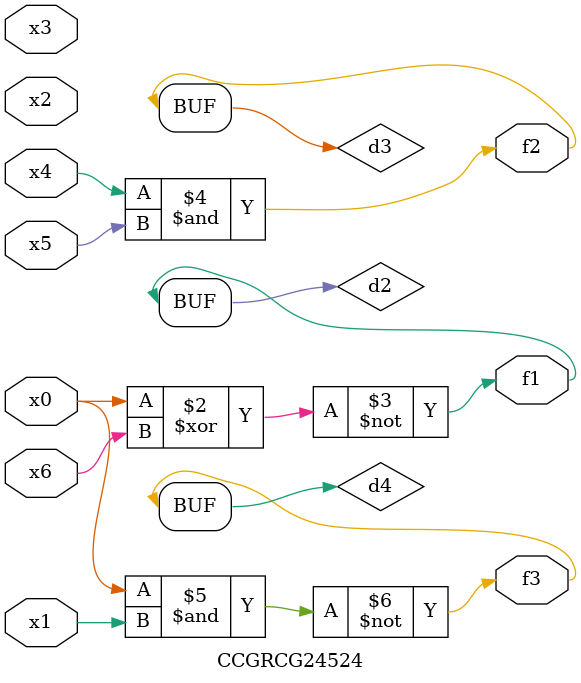
<source format=v>
module CCGRCG24524(
	input x0, x1, x2, x3, x4, x5, x6,
	output f1, f2, f3
);

	wire d1, d2, d3, d4;

	nor (d1, x0);
	xnor (d2, x0, x6);
	and (d3, x4, x5);
	nand (d4, x0, x1);
	assign f1 = d2;
	assign f2 = d3;
	assign f3 = d4;
endmodule

</source>
